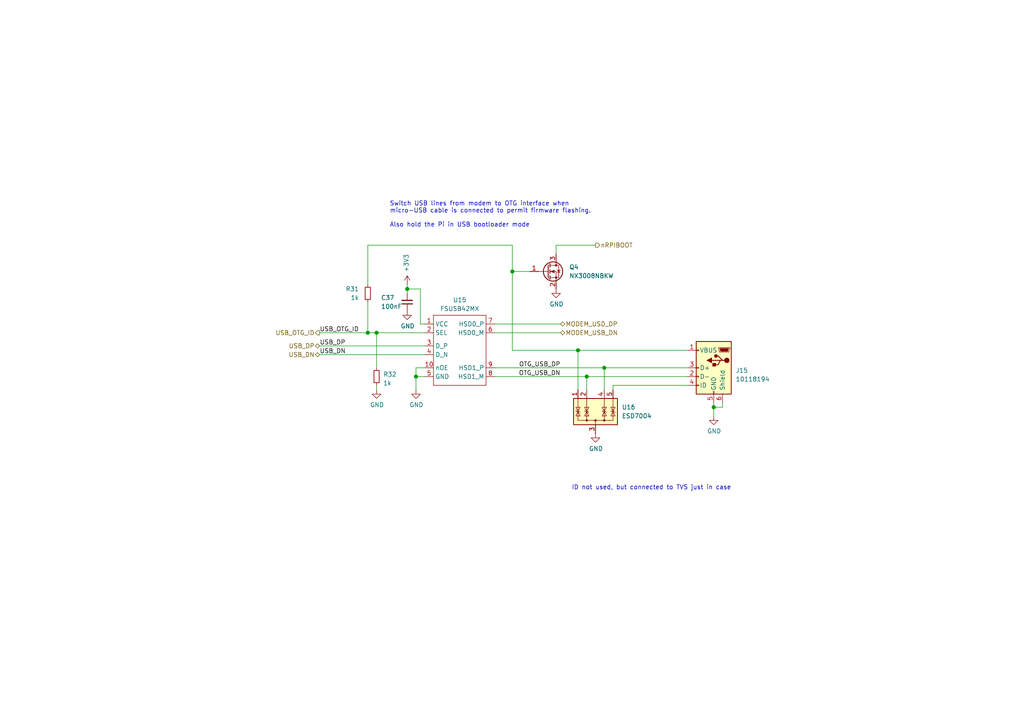
<source format=kicad_sch>
(kicad_sch (version 20230819) (generator eeschema)
  (paper "A4")
  (lib_symbols
    (symbol "CM4IO:FSUSB42MX"
      (property "Reference" "U" (at -7.62 20.32 0))
      (property "Value" "FSUSB42MX" (at -2.54 -2.54 0))
      (symbol "FSUSB42MX_0_0"
        (pin power_in line (at 8.89 16.51 180) (length 2.54) (name "VCC") (number "1"))
        (pin input line (at 8.89 3.81 180) (length 2.54) (name "nOE") (number "10"))
        (pin input line (at 8.89 13.97 180) (length 2.54) (name "SEL") (number "2"))
        (pin bidirectional line (at 8.89 10.16 180) (length 2.54) (name "D_P") (number "3"))
        (pin bidirectional line (at 8.89 7.62 180) (length 2.54) (name "D_N") (number "4"))
        (pin power_in line (at 8.89 1.27 180) (length 2.54) (name "GND") (number "5"))
        (pin bidirectional line (at -11.43 13.97 0) (length 2.54) (name "HSD0_M") (number "6"))
        (pin bidirectional line (at -11.43 16.51 0) (length 2.54) (name "HSD0_P") (number "7"))
        (pin bidirectional line (at -11.43 1.27 0) (length 2.54) (name "HSD1_M") (number "8"))
        (pin bidirectional line (at -11.43 3.81 0) (length 2.54) (name "HSD1_P") (number "9"))
      )
      (symbol "FSUSB42MX_0_1"
        (rectangle (start -8.89 19.05) (end 6.35 -1.27))
      )
    )
    (symbol "Connector:USB_B_Micro" (pin_names (offset 1.016))
      (property "Reference" "J" (at -5.08 11.43 0))
      (property "Value" "USB_B_Micro" (at -5.08 8.89 0))
      (symbol "USB_B_Micro_0_1"
        (rectangle (start -5.08 -7.62) (end 5.08 7.62) (stroke (width 0.254)) (fill (type background)))
        (circle (center -3.81 2.159) (radius 0.635) (stroke (width 0.254)) (fill (type outline)))
        (circle (center -0.635 3.429) (radius 0.381) (stroke (width 0.254)) (fill (type outline)))
        (rectangle (start -0.127 -7.62) (end 0.127 -6.858))
        (polyline (pts (xy -1.905 2.159) (xy 0.635 2.159)) (stroke (width 0.254)))
        (polyline (pts (xy -3.175 2.159) (xy -2.54 2.159) (xy -1.27 3.429) (xy -0.635 3.429)) (stroke (width 0.254)))
        (polyline (pts (xy -2.54 2.159) (xy -1.905 2.159) (xy -1.27 0.889) (xy 0 0.889)) (stroke (width 0.254)))
        (polyline (pts (xy 0.635 2.794) (xy 0.635 1.524) (xy 1.905 2.159) (xy 0.635 2.794)) (stroke (width 0.254)) (fill (type outline)))
        (polyline (pts (xy -4.318 5.588) (xy -1.778 5.588) (xy -2.032 4.826) (xy -4.064 4.826) (xy -4.318 5.588)) (fill (type outline)))
        (polyline (pts (xy -4.699 5.842) (xy -4.699 5.588) (xy -4.445 4.826) (xy -4.445 4.572) (xy -1.651 4.572) (xy -1.651 4.826) (xy -1.397 5.588) (xy -1.397 5.842) (xy -4.699 5.842)))
        (rectangle (start 0.254 1.27) (end -0.508 0.508) (stroke (width 0.254)) (fill (type outline)))
        (rectangle (start 5.08 -5.207) (end 4.318 -4.953))
        (rectangle (start 5.08 -2.667) (end 4.318 -2.413))
        (rectangle (start 5.08 -0.127) (end 4.318 0.127))
        (rectangle (start 5.08 4.953) (end 4.318 5.207))
      )
      (symbol "USB_B_Micro_1_1"
        (pin power_out line (at 7.62 5.08 180) (length 2.54) (name "VBUS") (number "1"))
        (pin bidirectional line (at 7.62 -2.54 180) (length 2.54) (name "D-") (number "2"))
        (pin bidirectional line (at 7.62 0 180) (length 2.54) (name "D+") (number "3"))
        (pin passive line (at 7.62 -5.08 180) (length 2.54) (name "ID") (number "4"))
        (pin power_out line (at 0 -10.16 90) (length 2.54) (name "GND") (number "5"))
        (pin passive line (at -2.54 -10.16 90) (length 2.54) (name "Shield") (number "6"))
      )
    )
    (symbol "Device:C_Small" (pin_numbers hide) (pin_names (offset 0.254) hide)
      (property "Reference" "C" (at 0.254 1.778 0))
      (property "Value" "C_Small" (at 0.254 -2.032 0))
      (symbol "C_Small_0_1"
        (polyline (pts (xy -1.524 -0.508) (xy 1.524 -0.508)) (stroke (width 0.3302)))
        (polyline (pts (xy -1.524 0.508) (xy 1.524 0.508)) (stroke (width 0.3048)))
      )
      (symbol "C_Small_1_1"
        (pin passive line (at 0 2.54 270) (length 2.032) (name "~") (number "1"))
        (pin passive line (at 0 -2.54 90) (length 2.032) (name "~") (number "2"))
      )
    )
    (symbol "Device:Q_NMOS_GSD" (pin_names (offset 0) hide)
      (property "Reference" "Q" (at 5.08 1.27 0))
      (property "Value" "Q_NMOS_GSD" (at 5.08 -1.27 0))
      (symbol "Q_NMOS_GSD_0_1"
        (polyline (pts (xy 0.254 0) (xy -2.54 0)))
        (polyline (pts (xy 0.254 1.905) (xy 0.254 -1.905)) (stroke (width 0.254)))
        (polyline (pts (xy 0.762 -1.27) (xy 0.762 -2.286)) (stroke (width 0.254)))
        (polyline (pts (xy 0.762 0.508) (xy 0.762 -0.508)) (stroke (width 0.254)))
        (polyline (pts (xy 0.762 2.286) (xy 0.762 1.27)) (stroke (width 0.254)))
        (polyline (pts (xy 2.54 2.54) (xy 2.54 1.778)))
        (polyline (pts (xy 2.54 -2.54) (xy 2.54 0) (xy 0.762 0)))
        (polyline (pts (xy 0.762 -1.778) (xy 3.302 -1.778) (xy 3.302 1.778) (xy 0.762 1.778)))
        (polyline (pts (xy 1.016 0) (xy 2.032 0.381) (xy 2.032 -0.381) (xy 1.016 0)) (fill (type outline)))
        (polyline (pts (xy 2.794 0.508) (xy 2.921 0.381) (xy 3.683 0.381) (xy 3.81 0.254)))
        (polyline (pts (xy 3.302 0.381) (xy 2.921 -0.254) (xy 3.683 -0.254) (xy 3.302 0.381)))
        (circle (center 1.651 0) (radius 2.794) (stroke (width 0.254)))
        (circle (center 2.54 -1.778) (radius 0.254) (fill (type outline)))
        (circle (center 2.54 1.778) (radius 0.254) (fill (type outline)))
      )
      (symbol "Q_NMOS_GSD_1_1"
        (pin input line (at -5.08 0 0) (length 2.54) (name "G") (number "1"))
        (pin passive line (at 2.54 -5.08 90) (length 2.54) (name "S") (number "2"))
        (pin passive line (at 2.54 5.08 270) (length 2.54) (name "D") (number "3"))
      )
    )
    (symbol "Device:R_Small" (pin_numbers hide) (pin_names (offset 0.254) hide)
      (property "Reference" "R" (at 0.762 0.508 0))
      (property "Value" "R_Small" (at 0.762 -1.016 0))
      (symbol "R_Small_0_1"
        (rectangle (start -0.762 1.778) (end 0.762 -1.778) (stroke (width 0.2032)))
      )
      (symbol "R_Small_1_1"
        (pin passive line (at 0 2.54 270) (length 0.762) (name "~") (number "1"))
        (pin passive line (at 0 -2.54 90) (length 0.762) (name "~") (number "2"))
      )
    )
    (symbol "j_Power_Protection:ESD7004" (pin_names hide)
      (property "Reference" "U" (at 7.62 3.81 0))
      (property "Value" "ESD7004" (at 7.62 1.905 0))
      (symbol "ESD7004_0_0"
        (pin passive line (at 0 -5.08 90) (length 2.54) (name "G") (number "3"))
      )
      (symbol "ESD7004_0_1"
        (rectangle (start -6.35 5.08) (end 6.35 -2.54) (stroke (width 0.254)) (fill (type background)))
        (circle (center 0 -1.27) (radius 0.254) (fill (type outline)))
        (polyline (pts (xy -2.54 5.08) (xy -2.54 -1.27)))
        (polyline (pts (xy 0 -1.27) (xy 0 -2.54)))
        (polyline (pts (xy 2.54 5.08) (xy 2.54 -1.27)))
        (polyline (pts (xy -5.08 5.08) (xy -5.08 -1.27) (xy 5.08 -1.27) (xy 5.08 5.08)))
        (polyline (pts (xy -4.445 0) (xy -5.715 0) (xy -5.08 1.27) (xy -4.445 0)))
        (polyline (pts (xy -3.175 1.524) (xy -2.921 1.27) (xy -2.159 1.27) (xy -1.905 1.016)))
        (polyline (pts (xy -2.54 1.27) (xy -1.905 0) (xy -3.175 0) (xy -2.54 1.27)))
        (polyline (pts (xy 2.54 1.27) (xy 1.905 0) (xy 3.175 0) (xy 2.54 1.27)))
        (polyline (pts (xy 5.08 1.27) (xy 4.445 0) (xy 5.715 0) (xy 5.08 1.27)))
        (circle (center 2.54 -1.27) (radius 0.254) (fill (type outline)))
      )
      (symbol "ESD7004_1_1"
        (circle (center -2.54 -1.27) (radius 0.254) (fill (type outline)))
        (polyline (pts (xy -5.715 1.524) (xy -5.461 1.27) (xy -4.699 1.27) (xy -4.445 1.016)))
        (polyline (pts (xy -5.08 1.27) (xy -5.715 2.54) (xy -4.445 2.54) (xy -5.08 1.27)))
        (polyline (pts (xy -2.54 1.27) (xy -3.175 2.54) (xy -1.905 2.54) (xy -2.54 1.27)))
        (polyline (pts (xy 1.905 1.524) (xy 2.159 1.27) (xy 2.921 1.27) (xy 3.175 1.016)))
        (polyline (pts (xy 2.54 1.27) (xy 1.905 2.54) (xy 3.175 2.54) (xy 2.54 1.27)))
        (polyline (pts (xy 4.445 1.524) (xy 4.699 1.27) (xy 5.461 1.27) (xy 5.715 1.016)))
        (polyline (pts (xy 5.08 1.27) (xy 4.445 2.54) (xy 5.715 2.54) (xy 5.08 1.27)))
        (pin passive line (at -5.08 7.62 270) (length 2.54) (name "IO1") (number "1"))
        (pin passive line (at -5.08 7.62 270) (length 2.54) hide (name "") (number "10"))
        (pin passive line (at -2.54 7.62 270) (length 2.54) (name "IO2") (number "2"))
        (pin passive line (at 2.54 7.62 270) (length 2.54) (name "IO3") (number "4"))
        (pin passive line (at 5.08 7.62 270) (length 2.54) (name "IO4") (number "5"))
        (pin passive line (at 5.08 7.62 270) (length 2.54) hide (name "") (number "6"))
        (pin passive line (at 2.54 7.62 270) (length 2.54) hide (name "") (number "7"))
        (pin passive line (at 0 -5.08 90) (length 2.54) hide (name "") (number "8"))
        (pin passive line (at -2.54 7.62 270) (length 2.54) hide (name "") (number "9"))
      )
    )
    (symbol "power:+3V3" (power) (pin_names (offset 0))
      (property "Value" "+3V3" (at 0 3.556 0))
      (symbol "+3V3_0_1"
        (polyline (pts (xy -0.762 1.27) (xy 0 2.54)))
        (polyline (pts (xy 0 0) (xy 0 2.54)))
        (polyline (pts (xy 0 2.54) (xy 0.762 1.27)))
      )
      (symbol "+3V3_1_1"
        (pin power_in line (at 0 0 90) (length 0) hide (name "+3V3") (number "1"))
      )
    )
    (symbol "power:GND" (power) (pin_names (offset 0))
      (property "Value" "GND" (at 0 -3.81 0))
      (symbol "GND_0_1"
        (polyline (pts (xy 0 0) (xy 0 -1.27) (xy 1.27 -1.27) (xy 0 -2.54) (xy -1.27 -1.27) (xy 0 -1.27)))
      )
      (symbol "GND_1_1"
        (pin power_in line (at 0 0 270) (length 0) hide (name "GND") (number "1"))
      )
    )
  )
  (junction (at 175.26 106.68) (diameter 1.016))
  (junction (at 120.65 109.22) (diameter 1.016))
  (junction (at 170.18 109.22) (diameter 1.016))
  (junction (at 118.11 83.82) (diameter 1.016))
  (junction (at 106.68 96.52) (diameter 1.016))
  (junction (at 109.22 96.52) (diameter 1.016))
  (junction (at 167.64 101.6) (diameter 1.016))
  (junction (at 148.59 78.74) (diameter 1.016))
  (junction (at 207.01 118.11) (diameter 1.016))
  (wire (pts (xy 120.65 106.68) (xy 120.65 109.22)))
  (wire (pts (xy 143.51 106.68) (xy 175.26 106.68)))
  (wire (pts (xy 92.71 96.52) (xy 106.68 96.52)))
  (wire (pts (xy 161.29 71.12) (xy 172.72 71.12)))
  (wire (pts (xy 148.59 71.12) (xy 148.59 78.74)))
  (wire (pts (xy 161.29 73.66) (xy 161.29 71.12)))
  (wire (pts (xy 120.65 109.22) (xy 120.65 113.03)))
  (wire (pts (xy 123.19 93.98) (xy 121.92 93.98)))
  (wire (pts (xy 118.11 83.82) (xy 121.92 83.82)))
  (wire (pts (xy 170.18 109.22) (xy 170.18 113.03)))
  (wire (pts (xy 106.68 71.12) (xy 148.59 71.12)))
  (wire (pts (xy 148.59 101.6) (xy 167.64 101.6)))
  (wire (pts (xy 175.26 106.68) (xy 199.39 106.68)))
  (wire (pts (xy 109.22 96.52) (xy 123.19 96.52)))
  (wire (pts (xy 177.8 111.76) (xy 177.8 113.03)))
  (wire (pts (xy 199.39 111.76) (xy 177.8 111.76)))
  (wire (pts (xy 121.92 93.98) (xy 121.92 83.82)))
  (wire (pts (xy 109.22 96.52) (xy 109.22 106.68)))
  (wire (pts (xy 167.64 101.6) (xy 199.39 101.6)))
  (wire (pts (xy 167.64 101.6) (xy 167.64 113.03)))
  (wire (pts (xy 120.65 109.22) (xy 123.19 109.22)))
  (wire (pts (xy 148.59 78.74) (xy 148.59 101.6)))
  (wire (pts (xy 143.51 96.52) (xy 162.56 96.52)))
  (wire (pts (xy 207.01 118.11) (xy 209.55 118.11)))
  (wire (pts (xy 209.55 116.84) (xy 209.55 118.11)))
  (wire (pts (xy 109.22 113.03) (xy 109.22 111.76)))
  (wire (pts (xy 123.19 106.68) (xy 120.65 106.68)))
  (wire (pts (xy 148.59 78.74) (xy 153.67 78.74)))
  (wire (pts (xy 207.01 116.84) (xy 207.01 118.11)))
  (wire (pts (xy 207.01 118.11) (xy 207.01 120.65)))
  (wire (pts (xy 92.71 100.33) (xy 123.19 100.33)))
  (wire (pts (xy 175.26 106.68) (xy 175.26 113.03)))
  (wire (pts (xy 106.68 96.52) (xy 109.22 96.52)))
  (wire (pts (xy 106.68 87.63) (xy 106.68 96.52)))
  (wire (pts (xy 118.11 82.55) (xy 118.11 83.82)))
  (wire (pts (xy 143.51 93.98) (xy 162.56 93.98)))
  (wire (pts (xy 118.11 83.82) (xy 118.11 85.09)))
  (wire (pts (xy 143.51 109.22) (xy 170.18 109.22)))
  (wire (pts (xy 170.18 109.22) (xy 199.39 109.22)))
  (wire (pts (xy 106.68 82.55) (xy 106.68 71.12)))
  (wire (pts (xy 92.71 102.87) (xy 123.19 102.87)))
  (text "Switch USB lines from modem to OTG interface when\nmicro-USB cable is connected to permit firmware flashing.\n\nAlso hold the Pi in USB bootloader mode" (at 113.03 66.04 0) (effects (font (size 1.27 1.27)) (justify left bottom)))
  (text "ID not used, but connected to TVS just in case" (at 212.09 142.24 0) (effects (font (size 1.27 1.27)) (justify right bottom)))
  (label "OTG_USB_DP" (at 162.56 106.68 180))
  (label "OTG_USB_DN" (at 162.56 109.22 180))
  (label "USB_OTG_ID" (at 92.71 96.52 0))
  (label "USB_DP" (at 92.71 100.33 0))
  (label "USB_DN" (at 92.71 102.87 0))
  (hierarchical_label "nRPIBOOT" (shape output) (at 172.72 71.12 0))
  (hierarchical_label "USB_OTG_ID" (shape output) (at 92.71 96.52 180))
  (hierarchical_label "USB_DN" (shape bidirectional) (at 92.71 102.87 180))
  (hierarchical_label "USB_DP" (shape bidirectional) (at 92.71 100.33 180))
  (hierarchical_label "MODEM_USB_DN" (shape bidirectional) (at 162.56 96.52 0))
  (hierarchical_label "MODEM_USD_DP" (shape bidirectional) (at 162.56 93.98 0))
  (symbol (lib_id "Connector:USB_B_Micro") (at 207.01 106.68 0) (mirror y) (unit 1)
    (property "Reference" "J15" (at 213.36 107.4419 0) (effects (justify right)))
    (property "Value" "10118194" (at 213.36 109.9819 0) (effects (justify right)))
    (property "Footprint" "Connector_USB:USB_Micro-B_Amphenol_10118194_Horizontal" (effects hide))
  )
  (symbol (lib_id "j_Power_Protection:ESD7004") (at 172.72 120.65 0) (unit 1)
    (property "Reference" "U16" (at 180.34 118.11 0) (effects (justify left)))
    (property "Value" "ESD7004" (at 180.34 120.65 0) (effects (justify left)))
    (property "Footprint" "Package_SON:USON-10_2.5x1.0mm_P0.5mm" (effects hide))
    (property "Datasheet" "http://www.ti.com/lit/ds/symlink/tpd4e02b04.pdf" (effects hide))
  )
  (symbol (lib_id "power:GND") (at 172.72 125.73 0) (unit 1)
    (property "Reference" "#PWR0184" (effects hide))
    (property "Value" "GND" (at 172.847 130.1242 0))
  )
  (symbol (lib_id "power:GND") (at 118.11 90.17 0) (unit 1)
    (property "Reference" "#PWR0181" (effects hide))
    (property "Value" "GND" (at 118.237 94.5642 0))
  )
  (symbol (lib_id "CM4IO:FSUSB42MX") (at 132.08 110.49 0) (mirror y) (unit 1)
    (property "Reference" "U15" (at 133.35 86.995 0))
    (property "Value" "FSUSB42MX" (at 133.35 89.535 0))
    (property "Footprint" "Package_SO:MSOP-10_3x3mm_P0.5mm" (effects hide))
  )
  (symbol (lib_id "Device:C_Small") (at 118.11 87.63 180) (unit 1)
    (property "Reference" "C37" (at 110.49 86.36 0) (effects (justify right)))
    (property "Value" "100nF" (at 110.49 88.9 0) (effects (justify right)))
    (property "Footprint" "Capacitor_SMD:C_0402_1005Metric" (effects hide))
  )
  (symbol (lib_id "power:GND") (at 161.29 83.82 0) (unit 1)
    (property "Reference" "#PWR0183" (effects hide))
    (property "Value" "GND" (at 161.417 88.2142 0))
  )
  (symbol (lib_id "power:+3V3") (at 118.11 82.55 0) (unit 1)
    (property "Reference" "#PWR0180" (effects hide))
    (property "Value" "+3V3" (at 117.8433 76.3206 90))
  )
  (symbol (lib_id "power:GND") (at 109.22 113.03 0) (unit 1)
    (property "Reference" "#PWR0179" (effects hide))
    (property "Value" "GND" (at 109.347 117.4242 0))
  )
  (symbol (lib_id "power:GND") (at 207.01 120.65 0) (unit 1)
    (property "Reference" "#PWR0185" (effects hide))
    (property "Value" "GND" (at 207.137 125.0442 0))
  )
  (symbol (lib_id "power:GND") (at 120.65 113.03 0) (unit 1)
    (property "Reference" "#PWR0182" (effects hide))
    (property "Value" "GND" (at 120.777 117.4242 0))
  )
  (symbol (lib_id "Device:R_Small") (at 109.22 109.22 0) (unit 1)
    (property "Reference" "R32" (at 111.125 108.585 0) (effects (justify left)))
    (property "Value" "1k" (at 111.125 111.125 0) (effects (justify left)))
    (property "Footprint" "Resistor_SMD:R_0402_1005Metric" (effects hide))
  )
  (symbol (lib_id "Device:R_Small") (at 106.68 85.09 0) (mirror x) (unit 1)
    (property "Reference" "R31" (at 104.14 83.82 0) (effects (justify right)))
    (property "Value" "1k" (at 104.14 86.36 0) (effects (justify right)))
    (property "Footprint" "Resistor_SMD:R_0402_1005Metric" (effects hide))
  )
  (symbol (lib_id "Device:Q_NMOS_GSD") (at 158.75 78.74 0) (unit 1)
    (property "Reference" "Q4" (at 165.1 77.47 0) (effects (justify left)))
    (property "Value" "NX3008NBKW" (at 165.1 80.01 0) (effects (justify left)))
    (property "Footprint" "Package_TO_SOT_SMD:SOT-323_SC-70" (effects hide))
  )
)
</source>
